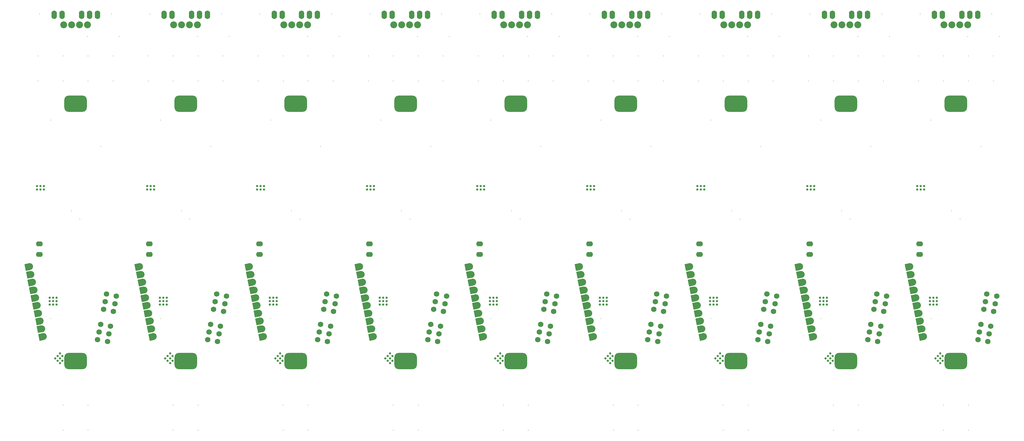
<source format=gbr>
G04 Layer_Color=16711935*
%FSLAX25Y25*%
%MOIN*%
%TF.FileFunction,Soldermask,Bot*%
%TF.Part,CustomerPanel*%
G01*
G75*
%TA.AperFunction,ComponentPad*%
%ADD130C,0.00800*%
%ADD131C,0.08674*%
%TA.AperFunction,WasherPad*%
%ADD132C,0.00800*%
%TA.AperFunction,ViaPad*%
%ADD133C,0.08674*%
%TA.AperFunction,ComponentPad*%
%ADD135O,0.06800X0.10737*%
%ADD136C,0.06800*%
%ADD137O,0.08674X0.06312*%
%TA.AperFunction,ViaPad*%
%ADD138C,0.02768*%
%TA.AperFunction,NonConductor*%
G04:AMPARAMS|DCode=139|XSize=60.83mil|YSize=86.74mil|CornerRadius=0mil|HoleSize=0mil|Usage=FLASHONLY|Rotation=11.000|XOffset=0mil|YOffset=0mil|HoleType=Round|Shape=Rectangle|*
%AMROTATEDRECTD139*
4,1,4,-0.02158,-0.04838,-0.03813,0.03677,0.02158,0.04838,0.03813,-0.03677,-0.02158,-0.04838,0.0*
%
%ADD139ROTATEDRECTD139*%

G04:AMPARAMS|DCode=140|XSize=60.7mil|YSize=86.61mil|CornerRadius=0mil|HoleSize=0mil|Usage=FLASHONLY|Rotation=11.000|XOffset=0mil|YOffset=0mil|HoleType=Round|Shape=Rectangle|*
%AMROTATEDRECTD140*
4,1,4,-0.02153,-0.04830,-0.03806,0.03672,0.02153,0.04830,0.03806,-0.03672,-0.02153,-0.04830,0.0*
%
%ADD140ROTATEDRECTD140*%

%TA.AperFunction,SMDPad,CuDef*%
G04:AMPARAMS|DCode=150|XSize=283.59mil|YSize=204.85mil|CornerRadius=53.21mil|HoleSize=0mil|Usage=FLASHONLY|Rotation=180.000|XOffset=0mil|YOffset=0mil|HoleType=Round|Shape=RoundedRectangle|*
%AMROUNDEDRECTD150*
21,1,0.28359,0.09842,0,0,180.0*
21,1,0.17716,0.20485,0,0,180.0*
1,1,0.10642,-0.08858,0.04921*
1,1,0.10642,0.08858,0.04921*
1,1,0.10642,0.08858,-0.04921*
1,1,0.10642,-0.08858,-0.04921*
%
%ADD150ROUNDEDRECTD150*%
D130*
X33966Y478454D02*
D03*
Y228061D02*
D03*
X96958Y445383D02*
D03*
X60173Y364059D02*
D03*
X70752Y353480D02*
D03*
X172764Y478454D02*
D03*
Y228061D02*
D03*
X235756Y445383D02*
D03*
X198971Y364059D02*
D03*
X209550Y353480D02*
D03*
X311563Y478454D02*
D03*
Y228061D02*
D03*
X374555Y445383D02*
D03*
X337769Y364059D02*
D03*
X348348Y353480D02*
D03*
X450361Y478454D02*
D03*
Y228061D02*
D03*
X513353Y445383D02*
D03*
X476568Y364059D02*
D03*
X487146Y353480D02*
D03*
X589159Y478454D02*
D03*
Y228061D02*
D03*
X652151Y445383D02*
D03*
X615366Y364059D02*
D03*
X625945Y353480D02*
D03*
X727957Y478454D02*
D03*
Y228061D02*
D03*
X790950Y445383D02*
D03*
X754164Y364059D02*
D03*
X764743Y353480D02*
D03*
X866756Y478454D02*
D03*
Y228061D02*
D03*
X929748Y445383D02*
D03*
X892962Y364059D02*
D03*
X903541Y353480D02*
D03*
X1005554Y478454D02*
D03*
Y228061D02*
D03*
X1068546Y445383D02*
D03*
X1031761Y364059D02*
D03*
X1042340Y353480D02*
D03*
X1144352Y478454D02*
D03*
Y228061D02*
D03*
X1207344Y445383D02*
D03*
X1170559Y364059D02*
D03*
X1181138Y353480D02*
D03*
D131*
X50362Y599081D02*
D03*
X60362D02*
D03*
X70362D02*
D03*
X80362D02*
D03*
X189160D02*
D03*
X199160D02*
D03*
X209160D02*
D03*
X219160D02*
D03*
X327959D02*
D03*
X337959D02*
D03*
X347959D02*
D03*
X357959D02*
D03*
X466757D02*
D03*
X476757D02*
D03*
X486757D02*
D03*
X496757D02*
D03*
X605555D02*
D03*
X615555D02*
D03*
X625555D02*
D03*
X635555D02*
D03*
X744353D02*
D03*
X754354D02*
D03*
X764354D02*
D03*
X774354D02*
D03*
X883152D02*
D03*
X893152D02*
D03*
X903152D02*
D03*
X913152D02*
D03*
X1021950D02*
D03*
X1031950D02*
D03*
X1041950D02*
D03*
X1051950D02*
D03*
X1160748D02*
D03*
X1170748D02*
D03*
X1180748D02*
D03*
X1190748D02*
D03*
D132*
X80362Y584381D02*
D03*
X120362Y584281D02*
D03*
X110738Y612706D02*
D03*
X20187D02*
D03*
X49714Y86919D02*
D03*
X81210D02*
D03*
Y118612D02*
D03*
X49714D02*
D03*
X18218Y559557D02*
D03*
X49714D02*
D03*
Y528061D02*
D03*
X18218D02*
D03*
X81210Y559557D02*
D03*
X112706D02*
D03*
Y528061D02*
D03*
X81210D02*
D03*
X219160Y584381D02*
D03*
X259160Y584281D02*
D03*
X249536Y612706D02*
D03*
X158985D02*
D03*
X188512Y86919D02*
D03*
X220008D02*
D03*
Y118612D02*
D03*
X188512D02*
D03*
X157016Y559557D02*
D03*
X188512D02*
D03*
Y528061D02*
D03*
X157016D02*
D03*
X220008Y559557D02*
D03*
X251504D02*
D03*
Y528061D02*
D03*
X220008D02*
D03*
X357959Y584381D02*
D03*
X397959Y584281D02*
D03*
X388334Y612706D02*
D03*
X297783D02*
D03*
X327311Y86919D02*
D03*
X358807D02*
D03*
Y118612D02*
D03*
X327311D02*
D03*
X295815Y559557D02*
D03*
X327311D02*
D03*
Y528061D02*
D03*
X295815D02*
D03*
X358807Y559557D02*
D03*
X390303D02*
D03*
Y528061D02*
D03*
X358807D02*
D03*
X496757Y584381D02*
D03*
X536757Y584281D02*
D03*
X527133Y612706D02*
D03*
X436581D02*
D03*
X466109Y86919D02*
D03*
X497605D02*
D03*
Y118612D02*
D03*
X466109D02*
D03*
X434613Y559557D02*
D03*
X466109D02*
D03*
Y528061D02*
D03*
X434613D02*
D03*
X497605Y559557D02*
D03*
X529101D02*
D03*
Y528061D02*
D03*
X497605D02*
D03*
X635555Y584381D02*
D03*
X675555Y584281D02*
D03*
X665931Y612706D02*
D03*
X575380D02*
D03*
X604907Y86919D02*
D03*
X636403D02*
D03*
Y118612D02*
D03*
X604907D02*
D03*
X573411Y559557D02*
D03*
X604907D02*
D03*
Y528061D02*
D03*
X573411D02*
D03*
X636403Y559557D02*
D03*
X667899D02*
D03*
Y528061D02*
D03*
X636403D02*
D03*
X774354Y584381D02*
D03*
X814353Y584281D02*
D03*
X804729Y612706D02*
D03*
X714178D02*
D03*
X743706Y86919D02*
D03*
X775202D02*
D03*
Y118612D02*
D03*
X743706D02*
D03*
X712209Y559557D02*
D03*
X743706D02*
D03*
Y528061D02*
D03*
X712209D02*
D03*
X775202Y559557D02*
D03*
X806698D02*
D03*
Y528061D02*
D03*
X775202D02*
D03*
X913152Y584381D02*
D03*
X953152Y584281D02*
D03*
X943527Y612706D02*
D03*
X852976D02*
D03*
X882504Y86919D02*
D03*
X914000D02*
D03*
Y118612D02*
D03*
X882504D02*
D03*
X851008Y559557D02*
D03*
X882504D02*
D03*
Y528061D02*
D03*
X851008D02*
D03*
X914000Y559557D02*
D03*
X945496D02*
D03*
Y528061D02*
D03*
X914000D02*
D03*
X1051950Y584381D02*
D03*
X1091950Y584281D02*
D03*
X1082326Y612706D02*
D03*
X991774D02*
D03*
X1021302Y86919D02*
D03*
X1052798D02*
D03*
Y118612D02*
D03*
X1021302D02*
D03*
X989806Y559557D02*
D03*
X1021302D02*
D03*
Y528061D02*
D03*
X989806D02*
D03*
X1052798Y559557D02*
D03*
X1084294D02*
D03*
Y528061D02*
D03*
X1052798D02*
D03*
X1190748Y584381D02*
D03*
X1230748Y584281D02*
D03*
X1221124Y612706D02*
D03*
X1130573D02*
D03*
X1160100Y86919D02*
D03*
X1191596D02*
D03*
Y118612D02*
D03*
X1160100D02*
D03*
X1128604Y559557D02*
D03*
X1160100D02*
D03*
Y528061D02*
D03*
X1128604D02*
D03*
X1191596Y559557D02*
D03*
X1223092D02*
D03*
Y528061D02*
D03*
X1191596D02*
D03*
D133*
X18893Y234614D02*
D03*
X7239Y293471D02*
D03*
X9181Y283662D02*
D03*
X11123Y273852D02*
D03*
X13066Y264042D02*
D03*
X15008Y254233D02*
D03*
X16950Y244423D02*
D03*
X20835Y224804D02*
D03*
X24762Y205175D02*
D03*
X22762Y214976D02*
D03*
X157691Y234614D02*
D03*
X146037Y293471D02*
D03*
X147979Y283662D02*
D03*
X149922Y273852D02*
D03*
X151864Y264042D02*
D03*
X153806Y254233D02*
D03*
X155749Y244423D02*
D03*
X159633Y224804D02*
D03*
X163560Y205175D02*
D03*
X161560Y214976D02*
D03*
X296489Y234614D02*
D03*
X284835Y293471D02*
D03*
X286778Y283662D02*
D03*
X288720Y273852D02*
D03*
X290662Y264042D02*
D03*
X292605Y254233D02*
D03*
X294547Y244423D02*
D03*
X298432Y224804D02*
D03*
X302359Y205175D02*
D03*
X300359Y214976D02*
D03*
X435288Y234614D02*
D03*
X423633Y293471D02*
D03*
X425576Y283662D02*
D03*
X427518Y273852D02*
D03*
X429461Y264042D02*
D03*
X431403Y254233D02*
D03*
X433345Y244423D02*
D03*
X437230Y224804D02*
D03*
X441157Y205175D02*
D03*
X439157Y214976D02*
D03*
X574086Y234614D02*
D03*
X562432Y293471D02*
D03*
X564374Y283662D02*
D03*
X566317Y273852D02*
D03*
X568259Y264042D02*
D03*
X570201Y254233D02*
D03*
X572144Y244423D02*
D03*
X576028Y224804D02*
D03*
X579955Y205175D02*
D03*
X577955Y214976D02*
D03*
X712884Y234614D02*
D03*
X701230Y293471D02*
D03*
X703172Y283662D02*
D03*
X705115Y273852D02*
D03*
X707057Y264042D02*
D03*
X708999Y254233D02*
D03*
X710942Y244423D02*
D03*
X714826Y224804D02*
D03*
X718753Y205175D02*
D03*
X716753Y214976D02*
D03*
X851682Y234614D02*
D03*
X840028Y293471D02*
D03*
X841971Y283662D02*
D03*
X843913Y273852D02*
D03*
X845855Y264042D02*
D03*
X847798Y254233D02*
D03*
X849740Y244423D02*
D03*
X853625Y224804D02*
D03*
X857552Y205175D02*
D03*
X855552Y214976D02*
D03*
X990481Y234614D02*
D03*
X978827Y293471D02*
D03*
X980769Y283662D02*
D03*
X982711Y273852D02*
D03*
X984654Y264042D02*
D03*
X986596Y254233D02*
D03*
X988538Y244423D02*
D03*
X992423Y224804D02*
D03*
X996350Y205175D02*
D03*
X994350Y214976D02*
D03*
X1129279Y234614D02*
D03*
X1117625Y293471D02*
D03*
X1119567Y283662D02*
D03*
X1121510Y273852D02*
D03*
X1123452Y264042D02*
D03*
X1125394Y254233D02*
D03*
X1127337Y244423D02*
D03*
X1131221Y224804D02*
D03*
X1135148Y205175D02*
D03*
X1133148Y214976D02*
D03*
D135*
X82962Y611738D02*
D03*
X92962D02*
D03*
X72962D02*
D03*
X38362D02*
D03*
X48362D02*
D03*
X221760D02*
D03*
X231760D02*
D03*
X211760D02*
D03*
X177160D02*
D03*
X187160D02*
D03*
X360559D02*
D03*
X370559D02*
D03*
X350559D02*
D03*
X315959D02*
D03*
X325959D02*
D03*
X499357D02*
D03*
X509357D02*
D03*
X489357D02*
D03*
X454757D02*
D03*
X464757D02*
D03*
X638155D02*
D03*
X648155D02*
D03*
X628155D02*
D03*
X593555D02*
D03*
X603555D02*
D03*
X776954D02*
D03*
X786953D02*
D03*
X766954D02*
D03*
X732353D02*
D03*
X742353D02*
D03*
X915752D02*
D03*
X925752D02*
D03*
X905752D02*
D03*
X871152D02*
D03*
X881152D02*
D03*
X1054550D02*
D03*
X1064550D02*
D03*
X1044550D02*
D03*
X1009950D02*
D03*
X1019950D02*
D03*
X1193348D02*
D03*
X1203348D02*
D03*
X1183348D02*
D03*
X1148748D02*
D03*
X1158748D02*
D03*
D136*
X95095Y210979D02*
D03*
X93217Y201318D02*
D03*
X105584Y198914D02*
D03*
X107462Y208576D02*
D03*
X109340Y218237D02*
D03*
X96973Y220641D02*
D03*
X114984Y246714D02*
D03*
X116862Y256376D02*
D03*
X104495Y258779D02*
D03*
X102617Y249118D02*
D03*
X100739Y239456D02*
D03*
X113106Y237052D02*
D03*
X233893Y210979D02*
D03*
X232015Y201318D02*
D03*
X244382Y198914D02*
D03*
X246260Y208576D02*
D03*
X248138Y218237D02*
D03*
X235771Y220641D02*
D03*
X253782Y246714D02*
D03*
X255660Y256376D02*
D03*
X243293Y258779D02*
D03*
X241415Y249118D02*
D03*
X239537Y239456D02*
D03*
X251904Y237052D02*
D03*
X372692Y210979D02*
D03*
X370814Y201318D02*
D03*
X383181Y198914D02*
D03*
X385059Y208576D02*
D03*
X386937Y218237D02*
D03*
X374570Y220641D02*
D03*
X392581Y246714D02*
D03*
X394459Y256376D02*
D03*
X382092Y258779D02*
D03*
X380214Y249118D02*
D03*
X378336Y239456D02*
D03*
X390703Y237052D02*
D03*
X511490Y210979D02*
D03*
X509612Y201318D02*
D03*
X521979Y198914D02*
D03*
X523857Y208576D02*
D03*
X525735Y218237D02*
D03*
X513368Y220641D02*
D03*
X531379Y246714D02*
D03*
X533257Y256376D02*
D03*
X520890Y258779D02*
D03*
X519012Y249118D02*
D03*
X517134Y239456D02*
D03*
X529501Y237052D02*
D03*
X650288Y210979D02*
D03*
X648410Y201318D02*
D03*
X660777Y198914D02*
D03*
X662655Y208576D02*
D03*
X664533Y218237D02*
D03*
X652166Y220641D02*
D03*
X670177Y246714D02*
D03*
X672055Y256376D02*
D03*
X659688Y258779D02*
D03*
X657810Y249118D02*
D03*
X655932Y239456D02*
D03*
X668299Y237052D02*
D03*
X789087Y210979D02*
D03*
X787209Y201318D02*
D03*
X799576Y198914D02*
D03*
X801453Y208576D02*
D03*
X803332Y218237D02*
D03*
X790965Y220641D02*
D03*
X808976Y246714D02*
D03*
X810853Y256376D02*
D03*
X798487Y258779D02*
D03*
X796608Y249118D02*
D03*
X794731Y239456D02*
D03*
X807098Y237052D02*
D03*
X927885Y210979D02*
D03*
X926007Y201318D02*
D03*
X938374Y198914D02*
D03*
X940252Y208576D02*
D03*
X942130Y218237D02*
D03*
X929763Y220641D02*
D03*
X947774Y246714D02*
D03*
X949652Y256376D02*
D03*
X937285Y258779D02*
D03*
X935407Y249118D02*
D03*
X933529Y239456D02*
D03*
X945896Y237052D02*
D03*
X1066683Y210979D02*
D03*
X1064805Y201318D02*
D03*
X1077172Y198914D02*
D03*
X1079050Y208576D02*
D03*
X1080928Y218237D02*
D03*
X1068561Y220641D02*
D03*
X1086572Y246714D02*
D03*
X1088450Y256376D02*
D03*
X1076083Y258779D02*
D03*
X1074205Y249118D02*
D03*
X1072327Y239456D02*
D03*
X1084694Y237052D02*
D03*
X1205481Y210979D02*
D03*
X1203603Y201318D02*
D03*
X1215970Y198914D02*
D03*
X1217848Y208576D02*
D03*
X1219726Y218237D02*
D03*
X1207359Y220641D02*
D03*
X1225370Y246714D02*
D03*
X1227248Y256376D02*
D03*
X1214881Y258779D02*
D03*
X1213003Y249118D02*
D03*
X1211125Y239456D02*
D03*
X1223492Y237052D02*
D03*
D137*
X19762Y322167D02*
D03*
Y308781D02*
D03*
X158560Y322167D02*
D03*
Y308781D02*
D03*
X297359Y322167D02*
D03*
Y308781D02*
D03*
X436157Y322167D02*
D03*
Y308781D02*
D03*
X574955Y322167D02*
D03*
Y308781D02*
D03*
X713754Y322167D02*
D03*
Y308781D02*
D03*
X852552Y322167D02*
D03*
Y308781D02*
D03*
X991350Y322167D02*
D03*
Y308781D02*
D03*
X1130148Y322167D02*
D03*
Y308781D02*
D03*
D138*
X25501Y395383D02*
D03*
Y391053D02*
D03*
X21171Y395383D02*
D03*
Y391053D02*
D03*
X16840Y395383D02*
D03*
Y391053D02*
D03*
X37118Y245682D02*
D03*
X37118Y250012D02*
D03*
X37118Y254343D02*
D03*
X32787Y245682D02*
D03*
X32787Y250012D02*
D03*
X32787Y254343D02*
D03*
X41449D02*
D03*
Y245682D02*
D03*
X41449Y250012D02*
D03*
X45777Y183791D02*
D03*
X48839Y180729D02*
D03*
X42715Y180729D02*
D03*
X39653Y177667D02*
D03*
X42715Y174605D02*
D03*
X45777Y171542D02*
D03*
Y177667D02*
D03*
X48839Y174605D02*
D03*
X164300Y395383D02*
D03*
Y391053D02*
D03*
X159969Y395383D02*
D03*
Y391053D02*
D03*
X155638Y395383D02*
D03*
Y391053D02*
D03*
X175916Y245682D02*
D03*
X175916Y250012D02*
D03*
X175916Y254343D02*
D03*
X171586Y245682D02*
D03*
X171586Y250012D02*
D03*
X171586Y254343D02*
D03*
X180247D02*
D03*
Y245682D02*
D03*
X180247Y250012D02*
D03*
X184575Y183791D02*
D03*
X187638Y180729D02*
D03*
X181513Y180729D02*
D03*
X178451Y177667D02*
D03*
X181513Y174605D02*
D03*
X184575Y171542D02*
D03*
Y177667D02*
D03*
X187638Y174605D02*
D03*
X303098Y395383D02*
D03*
Y391053D02*
D03*
X298767Y395383D02*
D03*
Y391053D02*
D03*
X294437Y395383D02*
D03*
Y391053D02*
D03*
X314715Y245682D02*
D03*
X314715Y250012D02*
D03*
X314715Y254343D02*
D03*
X310384Y245682D02*
D03*
X310384Y250012D02*
D03*
X310384Y254343D02*
D03*
X319045D02*
D03*
Y245682D02*
D03*
X319045Y250012D02*
D03*
X323374Y183791D02*
D03*
X326436Y180729D02*
D03*
X320311Y180729D02*
D03*
X317249Y177667D02*
D03*
X320311Y174605D02*
D03*
X323374Y171542D02*
D03*
Y177667D02*
D03*
X326436Y174605D02*
D03*
X441896Y395383D02*
D03*
Y391053D02*
D03*
X437566Y395383D02*
D03*
Y391053D02*
D03*
X433235Y395383D02*
D03*
Y391053D02*
D03*
X453513Y245682D02*
D03*
X453513Y250012D02*
D03*
X453513Y254343D02*
D03*
X449182Y245682D02*
D03*
X449182Y250012D02*
D03*
X449182Y254343D02*
D03*
X457844D02*
D03*
Y245682D02*
D03*
X457844Y250012D02*
D03*
X462172Y183791D02*
D03*
X465234Y180729D02*
D03*
X459110Y180729D02*
D03*
X456047Y177667D02*
D03*
X459110Y174605D02*
D03*
X462172Y171542D02*
D03*
Y177667D02*
D03*
X465234Y174605D02*
D03*
X580695Y395383D02*
D03*
Y391053D02*
D03*
X576364Y395383D02*
D03*
Y391053D02*
D03*
X572033Y395383D02*
D03*
Y391053D02*
D03*
X592311Y245682D02*
D03*
X592311Y250012D02*
D03*
X592311Y254343D02*
D03*
X587981Y245682D02*
D03*
X587980Y250012D02*
D03*
X587981Y254343D02*
D03*
X596642D02*
D03*
Y245682D02*
D03*
X596642Y250012D02*
D03*
X600970Y183791D02*
D03*
X604033Y180729D02*
D03*
X597908Y180729D02*
D03*
X594846Y177667D02*
D03*
X597908Y174605D02*
D03*
X600970Y171542D02*
D03*
Y177667D02*
D03*
X604033Y174605D02*
D03*
X719493Y395383D02*
D03*
Y391053D02*
D03*
X715162Y395383D02*
D03*
Y391053D02*
D03*
X710831Y395383D02*
D03*
Y391053D02*
D03*
X731109Y245682D02*
D03*
X731109Y250012D02*
D03*
X731109Y254343D02*
D03*
X726779Y245682D02*
D03*
X726779Y250012D02*
D03*
X726779Y254343D02*
D03*
X735440D02*
D03*
Y245682D02*
D03*
X735440Y250012D02*
D03*
X739769Y183791D02*
D03*
X742831Y180729D02*
D03*
X736706Y180729D02*
D03*
X733644Y177667D02*
D03*
X736706Y174605D02*
D03*
X739769Y171542D02*
D03*
Y177667D02*
D03*
X742831Y174605D02*
D03*
X858291Y395383D02*
D03*
Y391053D02*
D03*
X853961Y395383D02*
D03*
Y391053D02*
D03*
X849630Y395383D02*
D03*
Y391053D02*
D03*
X869908Y245682D02*
D03*
X869908Y250012D02*
D03*
X869908Y254343D02*
D03*
X865577Y245682D02*
D03*
X865577Y250012D02*
D03*
X865577Y254343D02*
D03*
X874238D02*
D03*
Y245682D02*
D03*
X874238Y250012D02*
D03*
X878567Y183791D02*
D03*
X881629Y180729D02*
D03*
X875504Y180729D02*
D03*
X872442Y177667D02*
D03*
X875504Y174605D02*
D03*
X878567Y171542D02*
D03*
Y177667D02*
D03*
X881629Y174605D02*
D03*
X997089Y395383D02*
D03*
Y391053D02*
D03*
X992759Y395383D02*
D03*
Y391053D02*
D03*
X988428Y395383D02*
D03*
Y391053D02*
D03*
X1008706Y245682D02*
D03*
X1008706Y250012D02*
D03*
X1008706Y254343D02*
D03*
X1004375Y245682D02*
D03*
X1004375Y250012D02*
D03*
X1004375Y254343D02*
D03*
X1013037D02*
D03*
Y245682D02*
D03*
X1013037Y250012D02*
D03*
X1017365Y183791D02*
D03*
X1020427Y180729D02*
D03*
X1014303Y180729D02*
D03*
X1011240Y177667D02*
D03*
X1014303Y174605D02*
D03*
X1017365Y171542D02*
D03*
Y177667D02*
D03*
X1020427Y174605D02*
D03*
X1135888Y395383D02*
D03*
Y391053D02*
D03*
X1131557Y395383D02*
D03*
Y391053D02*
D03*
X1127226Y395383D02*
D03*
Y391053D02*
D03*
X1147504Y245682D02*
D03*
X1147504Y250012D02*
D03*
X1147504Y254343D02*
D03*
X1143174Y245682D02*
D03*
X1143174Y250012D02*
D03*
X1143174Y254343D02*
D03*
X1151835D02*
D03*
Y245682D02*
D03*
X1151835Y250012D02*
D03*
X1156163Y183791D02*
D03*
X1159226Y180729D02*
D03*
X1153101Y180729D02*
D03*
X1150039Y177667D02*
D03*
X1153101Y174605D02*
D03*
X1156163Y171542D02*
D03*
Y177667D02*
D03*
X1159226Y174605D02*
D03*
D139*
X12413Y253738D02*
D03*
X4644Y292977D02*
D03*
X20167Y214481D02*
D03*
X18240Y224310D02*
D03*
X16298Y234119D02*
D03*
X14356Y243929D02*
D03*
X10471Y263548D02*
D03*
X8529Y273358D02*
D03*
X6586Y283167D02*
D03*
X151212Y253738D02*
D03*
X143442Y292977D02*
D03*
X158966Y214481D02*
D03*
X157039Y224310D02*
D03*
X155096Y234119D02*
D03*
X153154Y243929D02*
D03*
X149269Y263548D02*
D03*
X147327Y273358D02*
D03*
X145385Y283167D02*
D03*
X290010Y253738D02*
D03*
X282241Y292977D02*
D03*
X297764Y214481D02*
D03*
X295837Y224310D02*
D03*
X293895Y234119D02*
D03*
X291952Y243929D02*
D03*
X288068Y263548D02*
D03*
X286125Y273358D02*
D03*
X284183Y283167D02*
D03*
X428808Y253738D02*
D03*
X421039Y292977D02*
D03*
X436562Y214481D02*
D03*
X434635Y224310D02*
D03*
X432693Y234119D02*
D03*
X430751Y243929D02*
D03*
X426866Y263548D02*
D03*
X424924Y273358D02*
D03*
X422981Y283167D02*
D03*
X567606Y253738D02*
D03*
X559837Y292977D02*
D03*
X575360Y214481D02*
D03*
X573433Y224310D02*
D03*
X571491Y234119D02*
D03*
X569549Y243929D02*
D03*
X565664Y263548D02*
D03*
X563722Y273358D02*
D03*
X561779Y283167D02*
D03*
X706405Y253738D02*
D03*
X698635Y292977D02*
D03*
X714159Y214481D02*
D03*
X712232Y224310D02*
D03*
X710289Y234119D02*
D03*
X708347Y243929D02*
D03*
X704462Y263548D02*
D03*
X702520Y273358D02*
D03*
X700578Y283167D02*
D03*
X845203Y253738D02*
D03*
X837434Y292977D02*
D03*
X852957Y214481D02*
D03*
X851030Y224310D02*
D03*
X849088Y234119D02*
D03*
X847145Y243929D02*
D03*
X843261Y263548D02*
D03*
X841318Y273358D02*
D03*
X839376Y283167D02*
D03*
X984001Y253738D02*
D03*
X976232Y292977D02*
D03*
X991755Y214481D02*
D03*
X989828Y224310D02*
D03*
X987886Y234119D02*
D03*
X985944Y243929D02*
D03*
X982059Y263548D02*
D03*
X980117Y273358D02*
D03*
X978174Y283167D02*
D03*
X1122800Y253738D02*
D03*
X1115030Y292977D02*
D03*
X1130554Y214481D02*
D03*
X1128627Y224310D02*
D03*
X1126684Y234119D02*
D03*
X1124742Y243929D02*
D03*
X1120857Y263548D02*
D03*
X1118915Y273358D02*
D03*
X1116973Y283167D02*
D03*
D140*
X22167Y204681D02*
D03*
X160966D02*
D03*
X299764D02*
D03*
X438562D02*
D03*
X577360D02*
D03*
X716159D02*
D03*
X854957D02*
D03*
X993755D02*
D03*
X1132554D02*
D03*
D150*
X65462Y174320D02*
D03*
Y499123D02*
D03*
X204260Y174320D02*
D03*
Y499123D02*
D03*
X343059Y174320D02*
D03*
Y499123D02*
D03*
X481857Y174320D02*
D03*
Y499123D02*
D03*
X620655Y174320D02*
D03*
Y499123D02*
D03*
X759453Y174320D02*
D03*
Y499123D02*
D03*
X898252Y174320D02*
D03*
Y499123D02*
D03*
X1037050Y174320D02*
D03*
Y499123D02*
D03*
X1175848Y174320D02*
D03*
Y499123D02*
D03*
%TF.MD5,da216622359da6f7f95f4d0050dcbd7e*%
M02*

</source>
